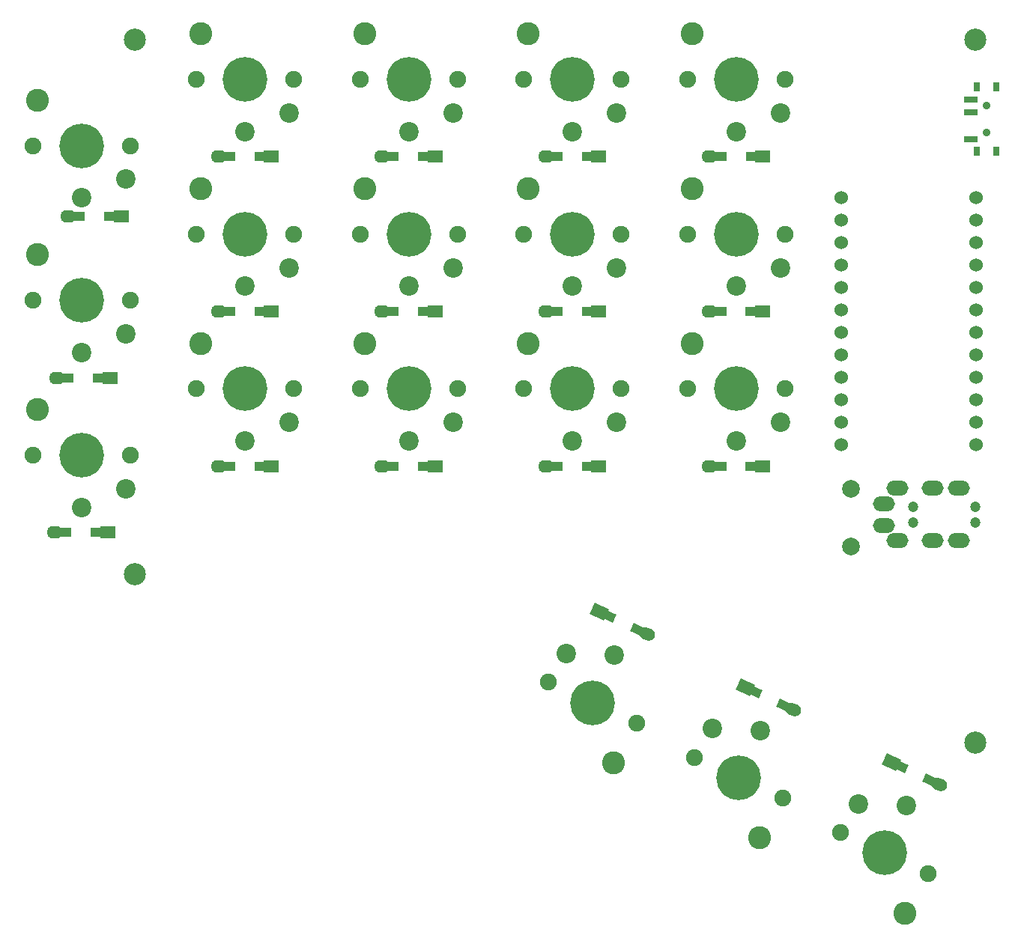
<source format=gbr>
%TF.GenerationSoftware,KiCad,Pcbnew,6.0.1*%
%TF.CreationDate,2022-04-23T16:15:16+02:00*%
%TF.ProjectId,KWS36,4b575333-362e-46b6-9963-61645f706362,1.0.0*%
%TF.SameCoordinates,Original*%
%TF.FileFunction,Soldermask,Top*%
%TF.FilePolarity,Negative*%
%FSLAX46Y46*%
G04 Gerber Fmt 4.6, Leading zero omitted, Abs format (unit mm)*
G04 Created by KiCad (PCBNEW 6.0.1) date 2022-04-23 16:15:16*
%MOMM*%
%LPD*%
G01*
G04 APERTURE LIST*
G04 Aperture macros list*
%AMHorizOval*
0 Thick line with rounded ends*
0 $1 width*
0 $2 $3 position (X,Y) of the first rounded end (center of the circle)*
0 $4 $5 position (X,Y) of the second rounded end (center of the circle)*
0 Add line between two ends*
20,1,$1,$2,$3,$4,$5,0*
0 Add two circle primitives to create the rounded ends*
1,1,$1,$2,$3*
1,1,$1,$4,$5*%
%AMRotRect*
0 Rectangle, with rotation*
0 The origin of the aperture is its center*
0 $1 length*
0 $2 width*
0 $3 Rotation angle, in degrees counterclockwise*
0 Add horizontal line*
21,1,$1,$2,0,0,$3*%
G04 Aperture macros list end*
%ADD10C,1.900000*%
%ADD11C,2.600000*%
%ADD12C,5.050000*%
%ADD13C,2.200000*%
%ADD14R,1.400000X1.000000*%
%ADD15R,1.778000X1.397000*%
%ADD16O,1.778000X1.397000*%
%ADD17C,2.500000*%
%ADD18RotRect,1.778000X1.397000X335.000000*%
%ADD19RotRect,1.400000X1.000000X155.000000*%
%ADD20HorizOval,1.397000X0.172652X-0.080509X-0.172652X0.080509X0*%
%ADD21R,0.800000X1.000000*%
%ADD22C,0.900000*%
%ADD23R,1.500000X0.700000*%
%ADD24C,1.524000*%
%ADD25C,2.000000*%
%ADD26C,1.200000*%
%ADD27O,2.500000X1.700000*%
G04 APERTURE END LIST*
D10*
%TO.C,SW18*%
X182765307Y-129175600D03*
D11*
X190105055Y-138280576D03*
D10*
X192734693Y-133824400D03*
D12*
X187750000Y-131500000D03*
D13*
X190243448Y-126152784D03*
X184824410Y-125942939D03*
%TD*%
D14*
%TO.C,D4*%
X117250000Y-52750000D03*
D15*
X118475000Y-52750000D03*
D14*
X113700000Y-52750000D03*
D16*
X112475000Y-52750000D03*
%TD*%
D11*
%TO.C,SW7*%
X129000000Y-38850000D03*
D12*
X134000000Y-44000000D03*
D10*
X139500000Y-44000000D03*
X128500000Y-44000000D03*
D13*
X134000000Y-49900000D03*
X139000000Y-47800000D03*
%TD*%
D15*
%TO.C,D3*%
X99975000Y-95250000D03*
D14*
X98750000Y-95250000D03*
D16*
X93975000Y-95250000D03*
D14*
X95200000Y-95250000D03*
%TD*%
D15*
%TO.C,D5*%
X118475000Y-70250000D03*
D14*
X117250000Y-70250000D03*
X113700000Y-70250000D03*
D16*
X112475000Y-70250000D03*
%TD*%
D10*
%TO.C,SW5*%
X121000000Y-61500000D03*
D12*
X115500000Y-61500000D03*
D10*
X110000000Y-61500000D03*
D11*
X110500000Y-56350000D03*
D13*
X115500000Y-67400000D03*
X120500000Y-65300000D03*
%TD*%
D15*
%TO.C,D9*%
X136975000Y-87750000D03*
D14*
X135750000Y-87750000D03*
X132200000Y-87750000D03*
D16*
X130975000Y-87750000D03*
%TD*%
D12*
%TO.C,SW4*%
X115500000Y-44000000D03*
D11*
X110500000Y-38850000D03*
D10*
X121000000Y-44000000D03*
X110000000Y-44000000D03*
D13*
X115500000Y-49900000D03*
X120500000Y-47800000D03*
%TD*%
D17*
%TO.C,REF\u002A\u002A*%
X198000000Y-119000000D03*
%TD*%
D14*
%TO.C,D6*%
X117250000Y-87750000D03*
D15*
X118475000Y-87750000D03*
D14*
X113700000Y-87750000D03*
D16*
X112475000Y-87750000D03*
%TD*%
D15*
%TO.C,D17*%
X173975000Y-87750000D03*
D14*
X172750000Y-87750000D03*
D16*
X167975000Y-87750000D03*
D14*
X169200000Y-87750000D03*
%TD*%
D10*
%TO.C,SW14*%
X166265307Y-120675600D03*
X176234693Y-125324400D03*
D12*
X171250000Y-123000000D03*
D11*
X173605055Y-129780576D03*
D13*
X173743448Y-117652784D03*
X168324410Y-117442939D03*
%TD*%
D15*
%TO.C,D7*%
X136975000Y-52750000D03*
D14*
X135750000Y-52750000D03*
X132200000Y-52750000D03*
D16*
X130975000Y-52750000D03*
%TD*%
D12*
%TO.C,SW1*%
X97000000Y-51500000D03*
D10*
X91500000Y-51500000D03*
D11*
X92000000Y-46350000D03*
D10*
X102500000Y-51500000D03*
D13*
X97000000Y-57400000D03*
X102000000Y-55300000D03*
%TD*%
D18*
%TO.C,D14*%
X172031077Y-112732145D03*
D19*
X173141304Y-113249853D03*
X176358696Y-114750147D03*
D20*
X177468923Y-115267855D03*
%TD*%
D11*
%TO.C,SW2*%
X92000000Y-63850000D03*
D10*
X102500000Y-69000000D03*
D12*
X97000000Y-69000000D03*
D10*
X91500000Y-69000000D03*
D13*
X97000000Y-74900000D03*
X102000000Y-72800000D03*
%TD*%
D21*
%TO.C,REF\u002A\u002A*%
X198195000Y-44850000D03*
D22*
X199305000Y-50000000D03*
D21*
X200405000Y-44850000D03*
X200405000Y-52150000D03*
D22*
X199305000Y-47000000D03*
D21*
X198195000Y-52150000D03*
D23*
X197545000Y-50750000D03*
X197545000Y-47750000D03*
X197545000Y-46250000D03*
%TD*%
D15*
%TO.C,D2*%
X100225000Y-77750000D03*
D14*
X99000000Y-77750000D03*
D16*
X94225000Y-77750000D03*
D14*
X95450000Y-77750000D03*
%TD*%
D24*
%TO.C,U1*%
X198111400Y-57347000D03*
X198111400Y-59887000D03*
X198111400Y-62427000D03*
X198111400Y-64967000D03*
X198111400Y-67507000D03*
X198111400Y-70047000D03*
X198111400Y-72587000D03*
X198111400Y-75127000D03*
X198111400Y-77667000D03*
X198111400Y-80207000D03*
X198111400Y-82747000D03*
X198111400Y-85287000D03*
X182891400Y-85287000D03*
X182891400Y-82747000D03*
X182891400Y-80207000D03*
X182891400Y-77667000D03*
X182891400Y-75127000D03*
X182891400Y-72587000D03*
X182891400Y-70047000D03*
X182891400Y-67507000D03*
X182891400Y-64967000D03*
X182891400Y-62427000D03*
X182891400Y-59887000D03*
X182891400Y-57347000D03*
%TD*%
D25*
%TO.C,SW19*%
X184000000Y-90350000D03*
X184000000Y-96850000D03*
%TD*%
D19*
%TO.C,D18*%
X189641304Y-121749853D03*
D18*
X188531077Y-121232145D03*
D20*
X193968923Y-123767855D03*
D19*
X192858696Y-123250147D03*
%TD*%
D10*
%TO.C,SW15*%
X165500000Y-44000000D03*
X176500000Y-44000000D03*
D11*
X166000000Y-38850000D03*
D12*
X171000000Y-44000000D03*
D13*
X171000000Y-49900000D03*
X176000000Y-47800000D03*
%TD*%
D10*
%TO.C,SW13*%
X147000000Y-79000000D03*
D12*
X152500000Y-79000000D03*
D11*
X147500000Y-73850000D03*
D10*
X158000000Y-79000000D03*
D13*
X152500000Y-84900000D03*
X157500000Y-82800000D03*
%TD*%
D11*
%TO.C,SW16*%
X166000000Y-56350000D03*
D12*
X171000000Y-61500000D03*
D10*
X165500000Y-61500000D03*
X176500000Y-61500000D03*
D13*
X171000000Y-67400000D03*
X176000000Y-65300000D03*
%TD*%
D12*
%TO.C,SW11*%
X152500000Y-44000000D03*
D11*
X147500000Y-38850000D03*
D10*
X158000000Y-44000000D03*
X147000000Y-44000000D03*
D13*
X152500000Y-49900000D03*
X157500000Y-47800000D03*
%TD*%
D14*
%TO.C,D13*%
X154250000Y-87750000D03*
D15*
X155475000Y-87750000D03*
D14*
X150700000Y-87750000D03*
D16*
X149475000Y-87750000D03*
%TD*%
D14*
%TO.C,D12*%
X154250000Y-70250000D03*
D15*
X155475000Y-70250000D03*
D16*
X149475000Y-70250000D03*
D14*
X150700000Y-70250000D03*
%TD*%
D26*
%TO.C,J1*%
X191000000Y-92350000D03*
X198000000Y-92350000D03*
X191000000Y-94100000D03*
X198000000Y-94100000D03*
D27*
X187700000Y-94450000D03*
X187700000Y-92000000D03*
X196200000Y-96200000D03*
X196200000Y-90250000D03*
X193200000Y-90250000D03*
X193200000Y-96200000D03*
X189200000Y-90250000D03*
X189200000Y-96200000D03*
%TD*%
D14*
%TO.C,D1*%
X100275000Y-59500000D03*
D15*
X101500000Y-59500000D03*
D16*
X95500000Y-59500000D03*
D14*
X96725000Y-59500000D03*
%TD*%
%TO.C,D11*%
X154250000Y-52750000D03*
D15*
X155475000Y-52750000D03*
D16*
X149475000Y-52750000D03*
D14*
X150700000Y-52750000D03*
%TD*%
D12*
%TO.C,SW10*%
X154750000Y-114500000D03*
D10*
X159734693Y-116824400D03*
X149765307Y-112175600D03*
D11*
X157105055Y-121280576D03*
D13*
X157243448Y-109152784D03*
X151824410Y-108942939D03*
%TD*%
D17*
%TO.C,REF\u002A\u002A*%
X198000000Y-39500000D03*
%TD*%
D15*
%TO.C,D15*%
X174000000Y-52750000D03*
D14*
X172775000Y-52750000D03*
D16*
X168000000Y-52750000D03*
D14*
X169225000Y-52750000D03*
%TD*%
D10*
%TO.C,SW9*%
X139500000Y-79000000D03*
D12*
X134000000Y-79000000D03*
D10*
X128500000Y-79000000D03*
D11*
X129000000Y-73850000D03*
D13*
X134000000Y-84900000D03*
X139000000Y-82800000D03*
%TD*%
D18*
%TO.C,D10*%
X155531077Y-104232145D03*
D19*
X156641304Y-104749853D03*
X159858696Y-106250147D03*
D20*
X160968923Y-106767855D03*
%TD*%
D12*
%TO.C,SW12*%
X152500000Y-61500000D03*
D11*
X147500000Y-56350000D03*
D10*
X147000000Y-61500000D03*
X158000000Y-61500000D03*
D13*
X152500000Y-67400000D03*
X157500000Y-65300000D03*
%TD*%
D17*
%TO.C,REF\u002A\u002A*%
X103000000Y-39500000D03*
%TD*%
D12*
%TO.C,SW17*%
X171000000Y-79000000D03*
D10*
X176500000Y-79000000D03*
X165500000Y-79000000D03*
D11*
X166000000Y-73850000D03*
D13*
X171000000Y-84900000D03*
X176000000Y-82800000D03*
%TD*%
D15*
%TO.C,D16*%
X173975000Y-70250000D03*
D14*
X172750000Y-70250000D03*
X169200000Y-70250000D03*
D16*
X167975000Y-70250000D03*
%TD*%
D15*
%TO.C,D8*%
X136975000Y-70250000D03*
D14*
X135750000Y-70250000D03*
D16*
X130975000Y-70250000D03*
D14*
X132200000Y-70250000D03*
%TD*%
D10*
%TO.C,SW8*%
X139500000Y-61500000D03*
X128500000Y-61500000D03*
D11*
X129000000Y-56350000D03*
D12*
X134000000Y-61500000D03*
D13*
X134000000Y-67400000D03*
X139000000Y-65300000D03*
%TD*%
D12*
%TO.C,SW6*%
X115500000Y-79000000D03*
D10*
X110000000Y-79000000D03*
D11*
X110500000Y-73850000D03*
D10*
X121000000Y-79000000D03*
D13*
X115500000Y-84900000D03*
X120500000Y-82800000D03*
%TD*%
D17*
%TO.C,REF\u002A\u002A*%
X103000000Y-100000000D03*
%TD*%
D11*
%TO.C,SW3*%
X92000000Y-81350000D03*
D10*
X91500000Y-86500000D03*
X102500000Y-86500000D03*
D12*
X97000000Y-86500000D03*
D13*
X97000000Y-92400000D03*
X102000000Y-90300000D03*
%TD*%
M02*

</source>
